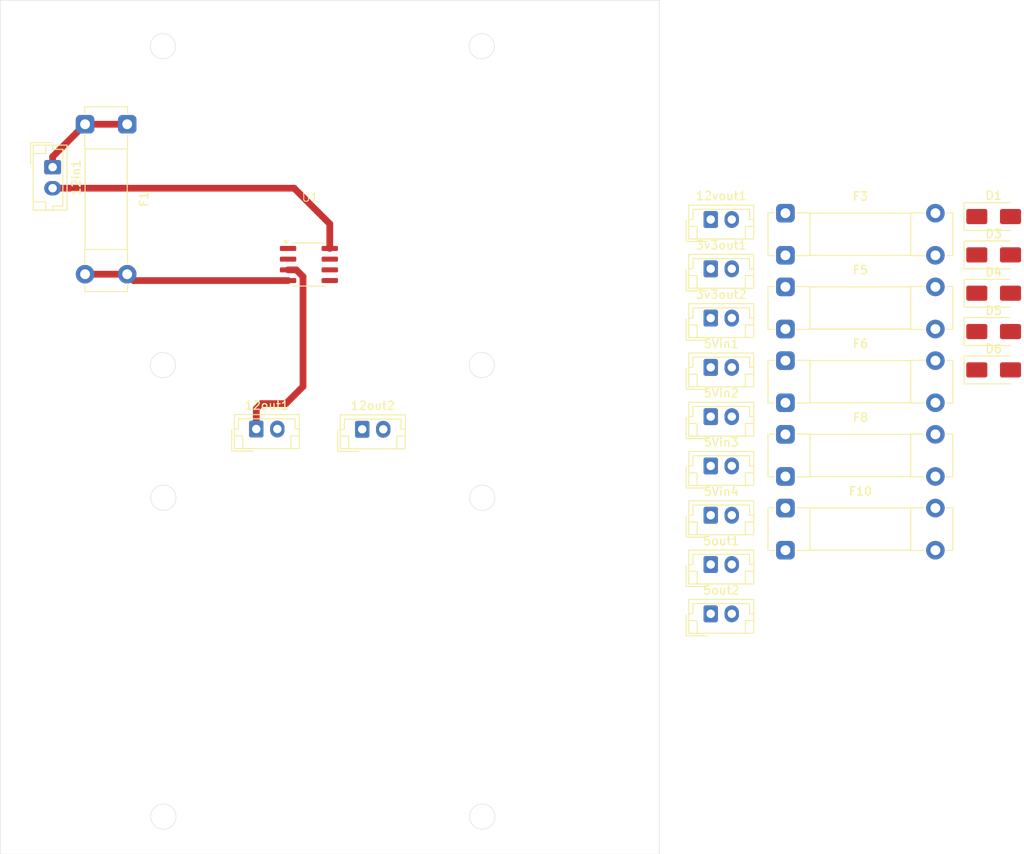
<source format=kicad_pcb>
(kicad_pcb (version 20241229) (generator "pcbnew") (generator_version "9.0")
  (layers (0 "F.Cu" signal) (2 "B.Cu" signal) (13 "F.Paste" user) (15 "B.Paste" user) (5 "F.SilkS" user "F.Silkscreen") (7 "B.SilkS" user "B.Silkscreen") (1 "F.Mask" user) (3 "B.Mask" user) (25 "Edge.Cuts" user))
  (net 0 "")
  (net 1 "Net-(12in1-Pin_1)")
  (net 2 "GND")
  (net 3 "Net-(12in1-Pin_2)")
  (net 4 "Net-(3v3out1-Pin_1)")
  (net 5 "Net-(3v3out1-Pin_2)")
  (net 6 "Net-(3v3out2-Pin_1)")
  (net 7 "Net-(3v3out2-Pin_2)")
  (net 8 "Net-(5out1-Pin_1)")
  (net 9 "Net-(5Vin1-Pin_1)")
  (net 10 "Net-(5Vin4-Pin_1)")
  (net 11 "Net-(5out2-Pin_1)")
  (net 12 "Net-(5Vin1-Pin_2)")
  (net 13 "Net-(5Vin2-Pin_2)")
  (net 14 "Net-(5Vin3-Pin_2)")
  (net 15 "Net-(5Vin4-Pin_2)")
  (net 16 "+12")
  (net 17 "Net-(12vout1-Pin_1)")
  (footprint "Fuse:Fuseholder_Clip-5x20mm_Bel_FC-203-22_Lateral_P17.80x5.00mm_D1.17mm_Horizontal" (layer "F.Cu") (at 142.855 58.526)
    (property "Reference" "F6" (at 8.9 -2 0) (layer "F.SilkS"))
    (property "Value" "1A")
    (fp_line (start -2.07 5.04) (end -2.07 -0.04) (stroke (width 0.12)) (layer "F.SilkS"))
    (fp_line (start -1.3 -0.04) (end -2.07 -0.04) (stroke (width 0.12)) (layer "F.SilkS"))
    (fp_line (start -1.3 5.04) (end -2.07 5.04) (stroke (width 0.12)) (layer "F.SilkS"))
    (fp_line (start 2.93 -0.04) (end 1.3 -0.04) (stroke (width 0.12)) (layer "F.SilkS"))
    (fp_line (start 2.93 -0.04) (end 2.93 5.04) (stroke (width 0.12)) (layer "F.SilkS"))
    (fp_line (start 2.93 5.04) (end 1.3 5.04) (stroke (width 0.12)) (layer "F.SilkS"))
    (fp_line (start 14.87 -0.04) (end 14.87 5.04) (stroke (width 0.12)) (layer "F.SilkS"))
    (fp_line (start 14.87 0) (end 2.93 0) (stroke (width 0.12)) (layer "F.SilkS"))
    (fp_line (start 14.87 5) (end 2.93 5) (stroke (width 0.12)) (layer "F.SilkS"))
    (fp_line (start 16.5 -0.04) (end 14.87 -0.04) (stroke (width 0.12)) (layer "F.SilkS"))
    (fp_line (start 16.5 5.04) (end 14.87 5.04) (stroke (width 0.12)) (layer "F.SilkS"))
    (fp_line (start 19.1 -0.04) (end 19.87 -0.04) (stroke (width 0.12)) (layer "F.SilkS"))
    (fp_line (start 19.1 5.04) (end 19.87 5.04) (stroke (width 0.12)) (layer "F.SilkS"))
    (fp_line (start 19.87 -0.04) (end 19.87 5.04) (stroke (width 0.12)) (layer "F.SilkS"))
    (pad "1" thru_hole roundrect (at 0 0) (size 2.2 2.2) (drill 1.17) (layers "*.Cu" "*.Mask") (net 13 "Net-(5Vin2-Pin_2)"))
    (pad "1" thru_hole roundrect (at 0 5) (size 2.2 2.2) (drill 1.17) (layers "*.Cu" "*.Mask") (net 13 "Net-(5Vin2-Pin_2)"))
    (pad "2" thru_hole circle (at 17.8 0) (size 2.2 2.2) (drill 1.17) (layers "*.Cu" "*.Mask") (net 4 "Net-(3v3out1-Pin_1)"))
    (pad "2" thru_hole circle (at 17.8 5) (size 2.2 2.2) (drill 1.17) (layers "*.Cu" "*.Mask") (net 4 "Net-(3v3out1-Pin_1)"))
  )
  (footprint "Connector_JST:JST_EH_B2B-EH-A_1x02_P2.50mm_Vertical" (layer "F.Cu") (at 133.985 71.026)
    (property "Reference" "5Vin3" (at 1.25 -2.8 0) (layer "F.SilkS"))
    (property "Value" "~")
    (fp_line (start -2.91 0.11) (end -2.91 2.61) (stroke (width 0.12)) (layer "F.SilkS"))
    (fp_line (start -2.91 2.61) (end -0.41 2.61) (stroke (width 0.12)) (layer "F.SilkS"))
    (fp_line (start -2.61 -1.71) (end -2.61 2.31) (stroke (width 0.12)) (layer "F.SilkS"))
    (fp_line (start -2.61 0) (end -2.11 0) (stroke (width 0.12)) (layer "F.SilkS"))
    (fp_line (start -2.61 0.81) (end -1.61 0.81) (stroke (width 0.12)) (layer "F.SilkS"))
    (fp_line (start -2.61 2.31) (end 5.11 2.31) (stroke (width 0.12)) (layer "F.SilkS"))
    (fp_line (start -2.11 -1.21) (end 4.61 -1.21) (stroke (width 0.12)) (layer "F.SilkS"))
    (fp_line (start -2.11 0) (end -2.11 -1.21) (stroke (width 0.12)) (layer "F.SilkS"))
    (fp_line (start -1.61 0.81) (end -1.61 2.31) (stroke (width 0.12)) (layer "F.SilkS"))
    (fp_line (start 4.11 0.81) (end 4.11 2.31) (stroke (width 0.12)) (layer "F.SilkS"))
    (fp_line (start 4.61 -1.21) (end 4.61 0) (stroke (width 0.12)) (layer "F.SilkS"))
    (fp_line (start 4.61 0) (end 5.11 0) (stroke (width 0.12)) (layer "F.SilkS"))
    (fp_line (start 5.11 -1.71) (end -2.61 -1.71) (stroke (width 0.12)) (layer "F.SilkS"))
    (fp_line (start 5.11 0.81) (end 4.11 0.81) (stroke (width 0.12)) (layer "F.SilkS"))
    (fp_line (start 5.11 2.31) (end 5.11 -1.71) (stroke (width 0.12)) (layer "F.SilkS"))
    (pad "1" thru_hole roundrect (at 0 0) (size 1.7 2) (drill 1) (layers "*.Cu" "*.Mask") (roundrect_rratio 0.147059) (net 7 "Net-(3v3out2-Pin_2)"))
    (pad "2" thru_hole oval (at 2.5 0) (size 1.7 2) (drill 1) (layers "*.Cu" "*.Mask") (net 14 "Net-(5Vin3-Pin_2)"))
  )
  (footprint "Connector_JST:JST_EH_B2B-EH-A_1x02_P2.50mm_Vertical" (layer "F.Cu") (at 133.985 76.876)
    (property "Reference" "5Vin4" (at 1.25 -2.8 0) (layer "F.SilkS"))
    (property "Value" "~")
    (fp_line (start -2.91 0.11) (end -2.91 2.61) (stroke (width 0.12)) (layer "F.SilkS"))
    (fp_line (start -2.91 2.61) (end -0.41 2.61) (stroke (width 0.12)) (layer "F.SilkS"))
    (fp_line (start -2.61 -1.71) (end -2.61 2.31) (stroke (width 0.12)) (layer "F.SilkS"))
    (fp_line (start -2.61 0) (end -2.11 0) (stroke (width 0.12)) (layer "F.SilkS"))
    (fp_line (start -2.61 0.81) (end -1.61 0.81) (stroke (width 0.12)) (layer "F.SilkS"))
    (fp_line (start -2.61 2.31) (end 5.11 2.31) (stroke (width 0.12)) (layer "F.SilkS"))
    (fp_line (start -2.11 -1.21) (end 4.61 -1.21) (stroke (width 0.12)) (layer "F.SilkS"))
    (fp_line (start -2.11 0) (end -2.11 -1.21) (stroke (width 0.12)) (layer "F.SilkS"))
    (fp_line (start -1.61 0.81) (end -1.61 2.31) (stroke (width 0.12)) (layer "F.SilkS"))
    (fp_line (start 4.11 0.81) (end 4.11 2.31) (stroke (width 0.12)) (layer "F.SilkS"))
    (fp_line (start 4.61 -1.21) (end 4.61 0) (stroke (width 0.12)) (layer "F.SilkS"))
    (fp_line (start 4.61 0) (end 5.11 0) (stroke (width 0.12)) (layer "F.SilkS"))
    (fp_line (start 5.11 -1.71) (end -2.61 -1.71) (stroke (width 0.12)) (layer "F.SilkS"))
    (fp_line (start 5.11 0.81) (end 4.11 0.81) (stroke (width 0.12)) (layer "F.SilkS"))
    (fp_line (start 5.11 2.31) (end 5.11 -1.71) (stroke (width 0.12)) (layer "F.SilkS"))
    (pad "1" thru_hole roundrect (at 0 0) (size 1.7 2) (drill 1) (layers "*.Cu" "*.Mask") (roundrect_rratio 0.147059) (net 10 "Net-(5Vin4-Pin_1)"))
    (pad "2" thru_hole oval (at 2.5 0) (size 1.7 2) (drill 1) (layers "*.Cu" "*.Mask") (net 15 "Net-(5Vin4-Pin_2)"))
  )
  (footprint "Fuse:Fuseholder_Clip-5x20mm_Bel_FC-203-22_Lateral_P17.80x5.00mm_D1.17mm_Horizontal" (layer "F.Cu") (at 142.855 41.026)
    (property "Reference" "F3" (at 8.9 -2 0) (layer "F.SilkS"))
    (property "Value" "1A")
    (fp_line (start -2.07 5.04) (end -2.07 -0.04) (stroke (width 0.12)) (layer "F.SilkS"))
    (fp_line (start -1.3 -0.04) (end -2.07 -0.04) (stroke (width 0.12)) (layer "F.SilkS"))
    (fp_line (start -1.3 5.04) (end -2.07 5.04) (stroke (width 0.12)) (layer "F.SilkS"))
    (fp_line (start 2.93 -0.04) (end 1.3 -0.04) (stroke (width 0.12)) (layer "F.SilkS"))
    (fp_line (start 2.93 -0.04) (end 2.93 5.04) (stroke (width 0.12)) (layer "F.SilkS"))
    (fp_line (start 2.93 5.04) (end 1.3 5.04) (stroke (width 0.12)) (layer "F.SilkS"))
    (fp_line (start 14.87 -0.04) (end 14.87 5.04) (stroke (width 0.12)) (layer "F.SilkS"))
    (fp_line (start 14.87 0) (end 2.93 0) (stroke (width 0.12)) (layer "F.SilkS"))
    (fp_line (start 14.87 5) (end 2.93 5) (stroke (width 0.12)) (layer "F.SilkS"))
    (fp_line (start 16.5 -0.04) (end 14.87 -0.04) (stroke (width 0.12)) (layer "F.SilkS"))
    (fp_line (start 16.5 5.04) (end 14.87 5.04) (stroke (width 0.12)) (layer "F.SilkS"))
    (fp_line (start 19.1 -0.04) (end 19.87 -0.04) (stroke (width 0.12)) (layer "F.SilkS"))
    (fp_line (start 19.1 5.04) (end 19.87 5.04) (stroke (width 0.12)) (layer "F.SilkS"))
    (fp_line (start 19.87 -0.04) (end 19.87 5.04) (stroke (width 0.12)) (layer "F.SilkS"))
    (pad "1" thru_hole roundrect (at 0 0) (size 2.2 2.2) (drill 1.17) (layers "*.Cu" "*.Mask") (net 15 "Net-(5Vin4-Pin_2)"))
    (pad "1" thru_hole roundrect (at 0 5) (size 2.2 2.2) (drill 1.17) (layers "*.Cu" "*.Mask") (net 15 "Net-(5Vin4-Pin_2)"))
    (pad "2" thru_hole circle (at 17.8 0) (size 2.2 2.2) (drill 1.17) (layers "*.Cu" "*.Mask") (net 11 "Net-(5out2-Pin_1)"))
    (pad "2" thru_hole circle (at 17.8 5) (size 2.2 2.2) (drill 1.17) (layers "*.Cu" "*.Mask") (net 11 "Net-(5out2-Pin_1)"))
  )
  (footprint "Fuse:Fuseholder_Clip-5x20mm_Bel_FC-203-22_Lateral_P17.80x5.00mm_D1.17mm_Horizontal" (layer "F.Cu") (at 64.73 30.47 -90)
    (property "Reference" "F1" (at 8.9 -2 90) (layer "F.SilkS"))
    (property "Value" "1A")
    (fp_line (start -2.07 5.04) (end -2.07 -0.04) (stroke (width 0.12)) (layer "F.SilkS"))
    (fp_line (start -1.3 5.04) (end -2.07 5.04) (stroke (width 0.12)) (layer "F.SilkS"))
    (fp_line (start 2.93 5.04) (end 1.3 5.04) (stroke (width 0.12)) (layer "F.SilkS"))
    (fp_line (start 16.5 5.04) (end 14.87 5.04) (stroke (width 0.12)) (layer "F.SilkS"))
    (fp_line (start 19.1 5.04) (end 19.87 5.04) (stroke (width 0.12)) (layer "F.SilkS"))
    (fp_line (start 14.87 5) (end 2.93 5) (stroke (width 0.12)) (layer "F.SilkS"))
    (fp_line (start 14.87 0) (end 2.93 0) (stroke (width 0.12)) (layer "F.SilkS"))
    (fp_line (start -1.3 -0.04) (end -2.07 -0.04) (stroke (width 0.12)) (layer "F.SilkS"))
    (fp_line (start 2.93 -0.04) (end 2.93 5.04) (stroke (width 0.12)) (layer "F.SilkS"))
    (fp_line (start 2.93 -0.04) (end 1.3 -0.04) (stroke (width 0.12)) (layer "F.SilkS"))
    (fp_line (start 14.87 -0.04) (end 14.87 5.04) (stroke (width 0.12)) (layer "F.SilkS"))
    (fp_line (start 16.5 -0.04) (end 14.87 -0.04) (stroke (width 0.12)) (layer "F.SilkS"))
    (fp_line (start 19.1 -0.04) (end 19.87 -0.04) (stroke (width 0.12)) (layer "F.SilkS"))
    (fp_line (start 19.87 -0.04) (end 19.87 5.04) (stroke (width 0.12)) (layer "F.SilkS"))
    (pad "1" thru_hole roundrect (at 0 0 270) (size 2.2 2.2) (drill 1.17) (layers "*.Cu" "*.Mask") (net 1 "Net-(12in1-Pin_1)"))
    (pad "1" thru_hole roundrect (at 0 5 270) (size 2.2 2.2) (drill 1.17) (layers "*.Cu" "*.Mask") (net 1 "Net-(12in1-Pin_1)"))
    (pad "2" thru_hole circle (at 17.8 0 270) (size 2.2 2.2) (drill 1.17) (layers "*.Cu" "*.Mask") (net 2 "GND"))
    (pad "2" thru_hole circle (at 17.8 5 270) (size 2.2 2.2) (drill 1.17) (layers "*.Cu" "*.Mask") (net 2 "GND"))
  )
  (footprint "Fuse:Fuseholder_Clip-5x20mm_Bel_FC-203-22_Lateral_P17.80x5.00mm_D1.17mm_Horizontal" (layer "F.Cu") (at 142.855 49.776)
    (property "Reference" "F5" (at 8.9 -2 0) (layer "F.SilkS"))
    (property "Value" "1A")
    (fp_line (start -2.07 5.04) (end -2.07 -0.04) (stroke (width 0.12)) (layer "F.SilkS"))
    (fp_line (start -1.3 -0.04) (end -2.07 -0.04) (stroke (width 0.12)) (layer "F.SilkS"))
    (fp_line (start -1.3 5.04) (end -2.07 5.04) (stroke (width 0.12)) (layer "F.SilkS"))
    (fp_line (start 2.93 -0.04) (end 1.3 -0.04) (stroke (width 0.12)) (layer "F.SilkS"))
    (fp_line (start 2.93 -0.04) (end 2.93 5.04) (stroke (width 0.12)) (layer "F.SilkS"))
    (fp_line (start 2.93 5.04) (end 1.3 5.04) (stroke (width 0.12)) (layer "F.SilkS"))
    (fp_line (start 14.87 -0.04) (end 14.87 5.04) (stroke (width 0.12)) (layer "F.SilkS"))
    (fp_line (start 14.87 0) (end 2.93 0) (stroke (width 0.12)) (layer "F.SilkS"))
    (fp_line (start 14.87 5) (end 2.93 5) (stroke (width 0.12)) (layer "F.SilkS"))
    (fp_line (start 16.5 -0.04) (end 14.87 -0.04) (stroke (width 0.12)) (layer "F.SilkS"))
    (fp_line (start 16.5 5.04) (end 14.87 5.04) (stroke (width 0.12)) (layer "F.SilkS"))
    (fp_line (start 19.1 -0.04) (end 19.87 -0.04) (stroke (width 0.12)) (layer "F.SilkS"))
    (fp_line (start 19.1 5.04) (end 19.87 5.04) (stroke (width 0.12)) (layer "F.SilkS"))
    (fp_line (start 19.87 -0.04) (end 19.87 5.04) (stroke (width 0.12)) (layer "F.SilkS"))
    (pad "1" thru_hole roundrect (at 0 0) (size 2.2 2.2) (drill 1.17) (layers "*.Cu" "*.Mask") (net 12 "Net-(5Vin1-Pin_2)"))
    (pad "1" thru_hole roundrect (at 0 5) (size 2.2 2.2) (drill 1.17) (layers "*.Cu" "*.Mask") (net 12 "Net-(5Vin1-Pin_2)"))
    (pad "2" thru_hole circle (at 17.8 0) (size 2.2 2.2) (drill 1.17) (layers "*.Cu" "*.Mask") (net 8 "Net-(5out1-Pin_1)"))
    (pad "2" thru_hole circle (at 17.8 5) (size 2.2 2.2) (drill 1.17) (layers "*.Cu" "*.Mask") (net 8 "Net-(5out1-Pin_1)"))
  )
  (footprint "Diode_SMD:D_SMA" (layer "F.Cu") (at 167.57 45.976)
    (property "Reference" "D3" (at 0 -2.5 0) (layer "F.SilkS"))
    (property "Value" "SMAJ5.0A")
    (fp_line (start -3.51 -1.65) (end -3.51 1.65) (stroke (width 0.12)) (layer "F.SilkS"))
    (fp_line (start -3.51 -1.65) (end 2 -1.65) (stroke (width 0.12)) (layer "F.SilkS"))
    (fp_line (start -3.51 1.65) (end 2 1.65) (stroke (width 0.12)) (layer "F.SilkS"))
    (pad "1" smd roundrect (at -2 0) (size 2.5 1.8) (layers "F.Cu" "F.Mask" "F.Paste") (roundrect_rratio 0.1388888889) (net 15 "Net-(5Vin4-Pin_2)"))
    (pad "2" smd roundrect (at 2 0) (size 2.5 1.8) (layers "F.Cu" "F.Mask" "F.Paste") (roundrect_rratio 0.1388888889) (net 10 "Net-(5Vin4-Pin_1)"))
  )
  (footprint "Connector_JST:JST_EH_B2B-EH-A_1x02_P2.50mm_Vertical" (layer "F.Cu") (at 133.985 82.726)
    (property "Reference" "5out1" (at 1.25 -2.8 0) (layer "F.SilkS"))
    (property "Value" "~")
    (fp_line (start -2.91 0.11) (end -2.91 2.61) (stroke (width 0.12)) (layer "F.SilkS"))
    (fp_line (start -2.91 2.61) (end -0.41 2.61) (stroke (width 0.12)) (layer "F.SilkS"))
    (fp_line (start -2.61 -1.71) (end -2.61 2.31) (stroke (width 0.12)) (layer "F.SilkS"))
    (fp_line (start -2.61 0) (end -2.11 0) (stroke (width 0.12)) (layer "F.SilkS"))
    (fp_line (start -2.61 0.81) (end -1.61 0.81) (stroke (width 0.12)) (layer "F.SilkS"))
    (fp_line (start -2.61 2.31) (end 5.11 2.31) (stroke (width 0.12)) (layer "F.SilkS"))
    (fp_line (start -2.11 -1.21) (end 4.61 -1.21) (stroke (width 0.12)) (layer "F.SilkS"))
    (fp_line (start -2.11 0) (end -2.11 -1.21) (stroke (width 0.12)) (layer "F.SilkS"))
    (fp_line (start -1.61 0.81) (end -1.61 2.31) (stroke (width 0.12)) (layer "F.SilkS"))
    (fp_line (start 4.11 0.81) (end 4.11 2.31) (stroke (width 0.12)) (layer "F.SilkS"))
    (fp_line (start 4.61 -1.21) (end 4.61 0) (stroke (width 0.12)) (layer "F.SilkS"))
    (fp_line (start 4.61 0) (end 5.11 0) (stroke (width 0.12)) (layer "F.SilkS"))
    (fp_line (start 5.11 -1.71) (end -2.61 -1.71) (stroke (width 0.12)) (layer "F.SilkS"))
    (fp_line (start 5.11 0.81) (end 4.11 0.81) (stroke (width 0.12)) (layer "F.SilkS"))
    (fp_line (start 5.11 2.31) (end 5.11 -1.71) (stroke (width 0.12)) (layer "F.SilkS"))
    (pad "1" thru_hole roundrect (at 0 0) (size 1.7 2) (drill 1) (layers "*.Cu" "*.Mask") (roundrect_rratio 0.147059) (net 8 "Net-(5out1-Pin_1)"))
    (pad "2" thru_hole oval (at 2.5 0) (size 1.7 2) (drill 1) (layers "*.Cu" "*.Mask") (net 9 "Net-(5Vin1-Pin_1)"))
  )
  (footprint "Connector_JST:JST_EH_B2B-EH-A_1x02_P2.50mm_Vertical" (layer "F.Cu") (at 92.623 66.675)
    (property "Reference" "12out2" (at 1.25 -2.8 0) (layer "F.SilkS"))
    (property "Value" "~" (hide yes))
    (fp_line (start -2.91 0.11) (end -2.91 2.61) (stroke (width 0.12)) (layer "F.SilkS"))
    (fp_line (start -2.91 2.61) (end -0.41 2.61) (stroke (width 0.12)) (layer "F.SilkS"))
    (fp_line (start -2.61 -1.71) (end -2.61 2.31) (stroke (width 0.12)) (layer "F.SilkS"))
    (fp_line (start -2.61 0) (end -2.11 0) (stroke (width 0.12)) (layer "F.SilkS"))
    (fp_line (start -2.61 0.81) (end -1.61 0.81) (stroke (width 0.12)) (layer "F.SilkS"))
    (fp_line (start -2.61 2.31) (end 5.11 2.31) (stroke (width 0.12)) (layer "F.SilkS"))
    (fp_line (start -2.11 -1.21) (end 4.61 -1.21) (stroke (width 0.12)) (layer "F.SilkS"))
    (fp_line (start -2.11 0) (end -2.11 -1.21) (stroke (width 0.12)) (layer "F.SilkS"))
    (fp_line (start -1.61 0.81) (end -1.61 2.31) (stroke (width 0.12)) (layer "F.SilkS"))
    (fp_line (start 4.11 0.81) (end 4.11 2.31) (stroke (width 0.12)) (layer "F.SilkS"))
    (fp_line (start 4.61 -1.21) (end 4.61 0) (stroke (width 0.12)) (layer "F.SilkS"))
    (fp_line (start 4.61 0) (end 5.11 0) (stroke (width 0.12)) (layer "F.SilkS"))
    (fp_line (start 5.11 -1.71) (end -2.61 -1.71) (stroke (width 0.12)) (layer "F.SilkS"))
    (fp_line (start 5.11 0.81) (end 4.11 0.81) (stroke (width 0.12)) (layer "F.SilkS"))
    (fp_line (start 5.11 2.31) (end 5.11 -1.71) (stroke (width 0.12)) (layer "F.SilkS"))
    (pad "1" thru_hole roundrect (at 0 0) (size 1.7 2) (drill 1) (layers "*.Cu" "*.Mask") (roundrect_rratio 0.147059) (net 16 "+12"))
    (pad "2" thru_hole oval (at 2.5 0) (size 1.7 2) (drill 1) (layers "*.Cu" "*.Mask") (net 2 "GND"))
  )
  (footprint "Connector_JST:JST_EH_B2B-EH-A_1x02_P2.50mm_Vertical" (layer "F.Cu") (at 133.985 88.576)
    (property "Reference" "5out2" (at 1.25 -2.8 0) (layer "F.SilkS"))
    (property "Value" "~")
    (fp_line (start -2.91 0.11) (end -2.91 2.61) (stroke (width 0.12)) (layer "F.SilkS"))
    (fp_line (start -2.91 2.61) (end -0.41 2.61) (stroke (width 0.12)) (layer "F.SilkS"))
    (fp_line (start -2.61 -1.71) (end -2.61 2.31) (stroke (width 0.12)) (layer "F.SilkS"))
    (fp_line (start -2.61 0) (end -2.11 0) (stroke (width 0.12)) (layer "F.SilkS"))
    (fp_line (start -2.61 0.81) (end -1.61 0.81) (stroke (width 0.12)) (layer "F.SilkS"))
    (fp_line (start -2.61 2.31) (end 5.11 2.31) (stroke (width 0.12)) (layer "F.SilkS"))
    (fp_line (start -2.11 -1.21) (end 4.61 -1.21) (stroke (width 0.12)) (layer "F.SilkS"))
    (fp_line (start -2.11 0) (end -2.11 -1.21) (stroke (width 0.12)) (layer "F.SilkS"))
    (fp_line (start -1.61 0.81) (end -1.61 2.31) (stroke (width 0.12)) (layer "F.SilkS"))
    (fp_line (start 4.11 0.81) (end 4.11 2.31) (stroke (width 0.12)) (layer "F.SilkS"))
    (fp_line (start 4.61 -1.21) (end 4.61 0) (stroke (width 0.12)) (layer "F.SilkS"))
    (fp_line (start 4.61 0) (end 5.11 0) (stroke (width 0.12)) (layer "F.SilkS"))
    (fp_line (start 5.11 -1.71) (end -2.61 -1.71) (stroke (width 0.12)) (layer "F.SilkS"))
    (fp_line (start 5.11 0.81) (end 4.11 0.81) (stroke (width 0.12)) (layer "F.SilkS"))
    (fp_line (start 5.11 2.31) (end 5.11 -1.71) (stroke (width 0.12)) (layer "F.SilkS"))
    (pad "1" thru_hole roundrect (at 0 0) (size 1.7 2) (drill 1) (layers "*.Cu" "*.Mask") (roundrect_rratio 0.147059) (net 11 "Net-(5out2-Pin_1)"))
    (pad "2" thru_hole oval (at 2.5 0) (size 1.7 2) (drill 1) (layers "*.Cu" "*.Mask") (net 10 "Net-(5Vin4-Pin_1)"))
  )
  (footprint "Connector_JST:JST_EH_B2B-EH-A_1x02_P2.50mm_Vertical" (layer "F.Cu") (at 133.985 41.776)
    (property "Reference" "12vout1" (at 1.25 -2.8 0) (layer "F.SilkS"))
    (property "Value" "~")
    (fp_line (start -2.91 0.11) (end -2.91 2.61) (stroke (width 0.12)) (layer "F.SilkS"))
    (fp_line (start -2.91 2.61) (end -0.41 2.61) (stroke (width 0.12)) (layer "F.SilkS"))
    (fp_line (start -2.61 -1.71) (end -2.61 2.31) (stroke (width 0.12)) (layer "F.SilkS"))
    (fp_line (start -2.61 0) (end -2.11 0) (stroke (width 0.12)) (layer "F.SilkS"))
    (fp_line (start -2.61 0.81) (end -1.61 0.81) (stroke (width 0.12)) (layer "F.SilkS"))
    (fp_line (start -2.61 2.31) (end 5.11 2.31) (stroke (width 0.12)) (layer "F.SilkS"))
    (fp_line (start -2.11 -1.21) (end 4.61 -1.21) (stroke (width 0.12)) (layer "F.SilkS"))
    (fp_line (start -2.11 0) (end -2.11 -1.21) (stroke (width 0.12)) (layer "F.SilkS"))
    (fp_line (start -1.61 0.81) (end -1.61 2.31) (stroke (width 0.12)) (layer "F.SilkS"))
    (fp_line (start 4.11 0.81) (end 4.11 2.31) (stroke (width 0.12)) (layer "F.SilkS"))
    (fp_line (start 4.61 -1.21) (end 4.61 0) (stroke (width 0.12)) (layer "F.SilkS"))
    (fp_line (start 4.61 0) (end 5.11 0) (stroke (width 0.12)) (layer "F.SilkS"))
    (fp_line (start 5.11 -1.71) (end -2.61 -1.71) (stroke (width 0.12)) (layer "F.SilkS"))
    (fp_line (start 5.11 0.81) (end 4.11 0.81) (stroke (width 0.12)) (layer "F.SilkS"))
    (fp_line (start 5.11 2.31) (end 5.11 -1.71) (stroke (width 0.12)) (layer "F.SilkS"))
    (pad "1" thru_hole roundrect (at 0 0) (size 1.7 2) (drill 1) (layers "*.Cu" "*.Mask") (roundrect_rratio 0.147059) (net 17 "Net-(12vout1-Pin_1)"))
    (pad "2" thru_hole oval (at 2.5 0) (size 1.7 2) (drill 1) (layers "*.Cu" "*.Mask") (net 2 "GND"))
  )
  (footprint "Library:SOIC-8 (AOD)" (layer "F.Cu") (at 86.442 39.657)
    (property "Reference" "U1" (at 0 -0.5 0) (layer "F.SilkS") (effects (font (thickness 0.1))))
    (property "Value" "~")
    (fp_line (start -0.144 4.9) (end -2.094 4.9) (stroke (width 0.12)) (layer "F.SilkS"))
    (fp_line (start -0.144 4.9) (end 1.806 4.9) (stroke (width 0.12)) (layer "F.SilkS"))
    (fp_line (start -0.144 10.02) (end -2.094 10.02) (stroke (width 0.12)) (layer "F.SilkS"))
    (fp_line (start -0.144 10.02) (end 1.806 10.02) (stroke (width 0.12)) (layer "F.SilkS"))
    (fp_poly (pts (xy -2.844 4.995) (xy -3.084 4.665) (xy -2.604 4.665)) (stroke (width 0.12)) (fill yes) (layer "F.SilkS"))
    (pad "1" smd roundrect (at 2.331 5.555) (size 1.95 0.6) (layers "F.Cu" "F.Mask" "F.Paste") (net 3 "Net-(12in1-Pin_2)"))
    (pad "1" smd roundrect (at 2.331 6.825) (size 1.95 0.6) (layers "F.Cu" "F.Mask" "F.Paste") (net 3 "Net-(12in1-Pin_2)"))
    (pad "1" smd roundrect (at 2.331 8.095) (size 1.95 0.6) (layers "F.Cu" "F.Mask" "F.Paste" "Dwgs.User") (net 3 "Net-(12in1-Pin_2)"))
    (pad "1" smd roundrect (at 2.331 9.365) (size 1.95 0.6) (layers "F.Cu" "F.Mask" "F.Paste") (net 3 "Net-(12in1-Pin_2)"))
    (pad "2" smd roundrect (at -2.619 9.365) (size 1.95 0.6) (layers "F.Cu" "F.Mask" "F.Paste") (net 2 "GND"))
    (pad "3" smd roundrect (at -2.619 5.555) (size 1.95 0.6) (layers "F.Cu" "F.Mask" "F.Paste") (net 16 "+12"))
    (pad "3" smd roundrect (at -2.619 6.825) (size 1.95 0.6) (layers "F.Cu" "F.Mask" "F.Paste") (net 16 "+12"))
    (pad "3" smd roundrect (at -2.619 8.095) (size 1.95 0.6) (layers "F.Cu" "F.Mask" "F.Paste") (net 16 "+12"))
  )
  (footprint "Connector_JST:JST_EH_B2B-EH-A_1x02_P2.50mm_Vertical" (layer "F.Cu") (at 80.05 66.643)
    (property "Reference" "12out1" (at 1.25 -2.8 0) (layer "F.SilkS"))
    (property "Value" "~" (hide yes))
    (fp_line (start -2.91 0.11) (end -2.91 2.61) (stroke (width 0.12)) (layer "F.SilkS"))
    (fp_line (start -2.91 2.61) (end -0.41 2.61) (stroke (width 0.12)) (layer "F.SilkS"))
    (fp_line (start -2.61 -1.71) (end -2.61 2.31) (stroke (width 0.12)) (layer "F.SilkS"))
    (fp_line (start -2.61 0) (end -2.11 0) (stroke (width 0.12)) (layer "F.SilkS"))
    (fp_line (start -2.61 0.81) (end -1.61 0.81) (stroke (width 0.12)) (layer "F.SilkS"))
    (fp_line (start -2.61 2.31) (end 5.11 2.31) (stroke (width 0.12)) (layer "F.SilkS"))
    (fp_line (start -2.11 -1.21) (end 4.61 -1.21) (stroke (width 0.12)) (layer "F.SilkS"))
    (fp_line (start -2.11 0) (end -2.11 -1.21) (stroke (width 0.12)) (layer "F.SilkS"))
    (fp_line (start -1.61 0.81) (end -1.61 2.31) (stroke (width 0.12)) (layer "F.SilkS"))
    (fp_line (start 4.11 0.81) (end 4.11 2.31) (stroke (width 0.12)) (layer "F.SilkS"))
    (fp_line (start 4.61 -1.21) (end 4.61 0) (stroke (width 0.12)) (layer "F.SilkS"))
    (fp_line (start 4.61 0) (end 5.11 0) (stroke (width 0.12)) (layer "F.SilkS"))
    (fp_line (start 5.11 -1.71) (end -2.61 -1.71) (stroke (width 0.12)) (layer "F.SilkS"))
    (fp_line (start 5.11 0.81) (end 4.11 0.81) (stroke (width 0.12)) (layer "F.SilkS"))
    (fp_line (start 5.11 2.31) (end 5.11 -1.71) (stroke (width 0.12)) (layer "F.SilkS"))
    (pad "1" thru_hole roundrect (at 0 0) (size 1.7 2) (drill 1) (layers "*.Cu" "*.Mask") (roundrect_rratio 0.147059) (net 16 "+12"))
    (pad "2" thru_hole oval (at 2.5 0) (size 1.7 2) (drill 1) (layers "*.Cu" "*.Mask") (net 2 "GND"))
  )
  (footprint "Connector_JST:JST_EH_B2B-EH-A_1x02_P2.50mm_Vertical" (layer "F.Cu") (at 133.985 65.176)
    (property "Reference" "5Vin2" (at 1.25 -2.8 0) (layer "F.SilkS"))
    (property "Value" "~")
    (fp_line (start -2.91 0.11) (end -2.91 2.61) (stroke (width 0.12)) (layer "F.SilkS"))
    (fp_line (start -2.91 2.61) (end -0.41 2.61) (stroke (width 0.12)) (layer "F.SilkS"))
    (fp_line (start -2.61 -1.71) (end -2.61 2.31) (stroke (width 0.12)) (layer "F.SilkS"))
    (fp_line (start -2.61 0) (end -2.11 0) (stroke (width 0.12)) (layer "F.SilkS"))
    (fp_line (start -2.61 0.81) (end -1.61 0.81) (stroke (width 0.12)) (layer "F.SilkS"))
    (fp_line (start -2.61 2.31) (end 5.11 2.31) (stroke (width 0.12)) (layer "F.SilkS"))
    (fp_line (start -2.11 -1.21) (end 4.61 -1.21) (stroke (width 0.12)) (layer "F.SilkS"))
    (fp_line (start -2.11 0) (end -2.11 -1.21) (stroke (width 0.12)) (layer "F.SilkS"))
    (fp_line (start -1.61 0.81) (end -1.61 2.31) (stroke (width 0.12)) (layer "F.SilkS"))
    (fp_line (start 4.11 0.81) (end 4.11 2.31) (stroke (width 0.12)) (layer "F.SilkS"))
    (fp_line (start 4.61 -1.21) (end 4.61 0) (stroke (width 0.12)) (layer "F.SilkS"))
    (fp_line (start 4.61 0) (end 5.11 0) (stroke (width 0.12)) (layer "F.SilkS"))
    (fp_line (start 5.11 -1.71) (end -2.61 -1.71) (stroke (width 0.12)) (layer "F.SilkS"))
    (fp_line (start 5.11 0.81) (end 4.11 0.81) (stroke (width 0.12)) (layer "F.SilkS"))
    (fp_line (start 5.11 2.31) (end 5.11 -1.71) (stroke (width 0.12)) (layer "F.SilkS"))
    (pad "1" thru_hole roundrect (at 0 0) (size 1.7 2) (drill 1) (layers "*.Cu" "*.Mask") (roundrect_rratio 0.147059) (net 5 "Net-(3v3out1-Pin_2)"))
    (pad "2" thru_hole oval (at 2.5 0) (size 1.7 2) (drill 1) (layers "*.Cu" "*.Mask") (net 13 "Net-(5Vin2-Pin_2)"))
  )
  (footprint "Diode_SMD:D_SMA" (layer "F.Cu") (at 167.57 50.526)
    (property "Reference" "D4" (at 0 -2.5 0) (layer "F.SilkS"))
    (property "Value" "SMAJ5.0A")
    (fp_line (start -3.51 -1.65) (end -3.51 1.65) (stroke (width 0.12)) (layer "F.SilkS"))
    (fp_line (start -3.51 -1.65) (end 2 -1.65) (stroke (width 0.12)) (layer "F.SilkS"))
    (fp_line (start -3.51 1.65) (end 2 1.65) (stroke (width 0.12)) (layer "F.SilkS"))
    (pad "1" smd roundrect (at -2 0) (size 2.5 1.8) (layers "F.Cu" "F.Mask" "F.Paste") (roundrect_rratio 0.1388888889) (net 12 "Net-(5Vin1-Pin_2)"))
    (pad "2" smd roundrect (at 2 0) (size 2.5 1.8) (layers "F.Cu" "F.Mask" "F.Paste") (roundrect_rratio 0.1388888889) (net 9 "Net-(5Vin1-Pin_1)"))
  )
  (footprint "Connector_JST:JST_EH_B2B-EH-A_1x02_P2.50mm_Vertical" (layer "F.Cu") (at 133.985 47.626)
    (property "Reference" "3v3out1" (at 1.25 -2.8 0) (layer "F.SilkS"))
    (property "Value" "~")
    (fp_line (start -2.91 0.11) (end -2.91 2.61) (stroke (width 0.12)) (layer "F.SilkS"))
    (fp_line (start -2.91 2.61) (end -0.41 2.61) (stroke (width 0.12)) (layer "F.SilkS"))
    (fp_line (start -2.61 -1.71) (end -2.61 2.31) (stroke (width 0.12)) (layer "F.SilkS"))
    (fp_line (start -2.61 0) (end -2.11 0) (stroke (width 0.12)) (layer "F.SilkS"))
    (fp_line (start -2.61 0.81) (end -1.61 0.81) (stroke (width 0.12)) (layer "F.SilkS"))
    (fp_line (start -2.61 2.31) (end 5.11 2.31) (stroke (width 0.12)) (layer "F.SilkS"))
    (fp_line (start -2.11 -1.21) (end 4.61 -1.21) (stroke (width 0.12)) (layer "F.SilkS"))
    (fp_line (start -2.11 0) (end -2.11 -1.21) (stroke (width 0.12)) (layer "F.SilkS"))
    (fp_line (start -1.61 0.81) (end -1.61 2.31) (stroke (width 0.12)) (layer "F.SilkS"))
    (fp_line (start 4.11 0.81) (end 4.11 2.31) (stroke (width 0.12)) (layer "F.SilkS"))
    (fp_line (start 4.61 -1.21) (end 4.61 0) (stroke (width 0.12)) (layer "F.SilkS"))
    (fp_line (start 4.61 0) (end 5.11 0) (stroke (width 0.12)) (layer "F.SilkS"))
    (fp_line (start 5.11 -1.71) (end -2.61 -1.71) (stroke (width 0.12)) (layer "F.SilkS"))
    (fp_line (start 5.11 0.81) (end 4.11 0.81) (stroke (width 0.12)) (layer "F.SilkS"))
    (fp_line (start 5.11 2.31) (end 5.11 -1.71) (stroke (width 0.12)) (layer "F.SilkS"))
    (pad "1" thru_hole roundrect (at 0 0) (size 1.7 2) (drill 1) (layers "*.Cu" "*.Mask") (roundrect_rratio 0.147059) (net 4 "Net-(3v3out1-Pin_1)"))
    (pad "2" thru_hole oval (at 2.5 0) (size 1.7 2) (drill 1) (layers "*.Cu" "*.Mask") (net 5 "Net-(3v3out1-Pin_2)"))
  )
  (footprint "Connector_JST:JST_EH_B2B-EH-A_1x02_P2.50mm_Vertical" (layer "F.Cu") (at 133.985 53.476)
    (property "Reference" "3v3out2" (at 1.25 -2.8 0) (layer "F.SilkS"))
    (property "Value" "~")
    (fp_line (start -2.91 0.11) (end -2.91 2.61) (stroke (width 0.12)) (layer "F.SilkS"))
    (fp_line (start -2.91 2.61) (end -0.41 2.61) (stroke (width 0.12)) (layer "F.SilkS"))
    (fp_line (start -2.61 -1.71) (end -2.61 2.31) (stroke (width 0.12)) (layer "F.SilkS"))
    (fp_line (start -2.61 0) (end -2.11 0) (stroke (width 0.12)) (layer "F.SilkS"))
    (fp_line (start -2.61 0.81) (end -1.61 0.81) (stroke (width 0.12)) (layer "F.SilkS"))
    (fp_line (start -2.61 2.31) (end 5.11 2.31) (stroke (width 0.12)) (layer "F.SilkS"))
    (fp_line (start -2.11 -1.21) (end 4.61 -1.21) (stroke (width 0.12)) (layer "F.SilkS"))
    (fp_line (start -2.11 0) (end -2.11 -1.21) (stroke (width 0.12)) (layer "F.SilkS"))
    (fp_line (start -1.61 0.81) (end -1.61 2.31) (stroke (width 0.12)) (layer "F.SilkS"))
    (fp_line (start 4.11 0.81) (end 4.11 2.31) (stroke (width 0.12)) (layer "F.SilkS"))
    (fp_line (start 4.61 -1.21) (end 4.61 0) (stroke (width 0.12)) (layer "F.SilkS"))
    (fp_line (start 4.61 0) (end 5.11 0) (stroke (width 0.12)) (layer "F.SilkS"))
    (fp_line (start 5.11 -1.71) (end -2.61 -1.71) (stroke (width 0.12)) (layer "F.SilkS"))
    (fp_line (start 5.11 0.81) (end 4.11 0.81) (stroke (width 0.12)) (layer "F.SilkS"))
    (fp_line (start 5.11 2.31) (end 5.11 -1.71) (stroke (width 0.12)) (layer "F.SilkS"))
    (pad "1" thru_hole roundrect (at 0 0) (size 1.7 2) (drill 1) (layers "*.Cu" "*.Mask") (roundrect_rratio 0.147059) (net 6 "Net-(3v3out2-Pin_1)"))
    (pad "2" thru_hole oval (at 2.5 0) (size 1.7 2) (drill 1) (layers "*.Cu" "*.Mask") (net 7 "Net-(3v3out2-Pin_2)"))
  )
  (footprint "Fuse:Fuseholder_Clip-5x20mm_Bel_FC-203-22_Lateral_P17.80x5.00mm_D1.17mm_Horizontal" (layer "F.Cu") (at 142.855 67.276)
    (property "Reference" "F8" (at 8.9 -2 0) (layer "F.SilkS"))
    (property "Value" "1A")
    (fp_line (start -2.07 5.04) (end -2.07 -0.04) (stroke (width 0.12)) (layer "F.SilkS"))
    (fp_line (start -1.3 -0.04) (end -2.07 -0.04) (stroke (width 0.12)) (layer "F.SilkS"))
    (fp_line (start -1.3 5.04) (end -2.07 5.04) (stroke (width 0.12)) (layer "F.SilkS"))
    (fp_line (start 2.93 -0.04) (end 1.3 -0.04) (stroke (width 0.12)) (layer "F.SilkS"))
    (fp_line (start 2.93 -0.04) (end 2.93 5.04) (stroke (width 0.12)) (layer "F.SilkS"))
    (fp_line (start 2.93 5.04) (end 1.3 5.04) (stroke (width 0.12)) (layer "F.SilkS"))
    (fp_line (start 14.87 -0.04) (end 14.87 5.04) (stroke (width 0.12)) (layer "F.SilkS"))
    (fp_line (start 14.87 0) (end 2.93 0) (stroke (width 0.12)) (layer "F.SilkS"))
    (fp_line (start 14.87 5) (end 2.93 5) (stroke (width 0.12)) (layer "F.SilkS"))
    (fp_line (start 16.5 -0.04) (end 14.87 -0.04) (stroke (width 0.12)) (layer "F.SilkS"))
    (fp_line (start 16.5 5.04) (end 14.87 5.04) (stroke (width 0.12)) (layer "F.SilkS"))
    (fp_line (start 19.1 -0.04) (end 19.87 -0.04) (stroke (width 0.12)) (layer "F.SilkS"))
    (fp_line (start 19.1 5.04) (end 19.87 5.04) (stroke (width 0.12)) (layer "F.SilkS"))
    (fp_line (start 19.87 -0.04) (end 19.87 5.04) (stroke (width 0.12)) (layer "F.SilkS"))
    (pad "1" thru_hole roundrect (at 0 0) (size 2.2 2.2) (drill 1.17) (layers "*.Cu" "*.Mask") (net 14 "Net-(5Vin3-Pin_2)"))
    (pad "1" thru_hole roundrect (at 0 5) (size 2.2 2.2) (drill 1.17) (layers "*.Cu" "*.Mask") (net 14 "Net-(5Vin3-Pin_2)"))
    (pad "2" thru_hole circle (at 17.8 0) (size 2.2 2.2) (drill 1.17) (layers "*.Cu" "*.Mask") (net 6 "Net-(3v3out2-Pin_1)"))
    (pad "2" thru_hole circle (at 17.8 5) (size 2.2 2.2) (drill 1.17) (layers "*.Cu" "*.Mask") (net 6 "Net-(3v3out2-Pin_1)"))
  )
  (footprint "Fuse:Fuseholder_Clip-5x20mm_Bel_FC-203-22_Lateral_P17.80x5.00mm_D1.17mm_Horizontal" (layer "F.Cu") (at 142.855 76.026)
    (property "Reference" "F10" (at 8.9 -2 0) (layer "F.SilkS"))
    (property "Value" "1A")
    (fp_line (start -2.07 5.04) (end -2.07 -0.04) (stroke (width 0.12)) (layer "F.SilkS"))
    (fp_line (start -1.3 -0.04) (end -2.07 -0.04) (stroke (width 0.12)) (layer "F.SilkS"))
    (fp_line (start -1.3 5.04) (end -2.07 5.04) (stroke (width 0.12)) (layer "F.SilkS"))
    (fp_line (start 2.93 -0.04) (end 1.3 -0.04) (stroke (width 0.12)) (layer "F.SilkS"))
    (fp_line (start 2.93 -0.04) (end 2.93 5.04) (stroke (width 0.12)) (layer "F.SilkS"))
    (fp_line (start 2.93 5.04) (end 1.3 5.04) (stroke (width 0.12)) (layer "F.SilkS"))
    (fp_line (start 14.87 -0.04) (end 14.87 5.04) (stroke (width 0.12)) (layer "F.SilkS"))
    (fp_line (start 14.87 0) (end 2.93 0) (stroke (width 0.12)) (layer "F.SilkS"))
    (fp_line (start 14.87 5) (end 2.93 5) (stroke (width 0.12)) (layer "F.SilkS"))
    (fp_line (start 16.5 -0.04) (end 14.87 -0.04) (stroke (width 0.12)) (layer "F.SilkS"))
    (fp_line (start 16.5 5.04) (end 14.87 5.04) (stroke (width 0.12)) (layer "F.SilkS"))
    (fp_line (start 19.1 -0.04) (end 19.87 -0.04) (stroke (width 0.12)) (layer "F.SilkS"))
    (fp_line (start 19.1 5.04) (end 19.87 5.04) (stroke (width 0.12)) (layer "F.SilkS"))
    (fp_line (start 19.87 -0.04) (end 19.87 5.04) (stroke (width 0.12)) (layer "F.SilkS"))
    (pad "1" thru_hole roundrect (at 0 0) (size 2.2 2.2) (drill 1.17) (layers "*.Cu" "*.Mask") (net 16 "+12"))
    (pad "1" thru_hole roundrect (at 0 5) (size 2.2 2.2) (drill 1.17) (layers "*.Cu" "*.Mask") (net 16 "+12"))
    (pad "2" thru_hole circle (at 17.8 0) (size 2.2 2.2) (drill 1.17) (layers "*.Cu" "*.Mask") (net 17 "Net-(12vout1-Pin_1)"))
    (pad "2" thru_hole circle (at 17.8 5) (size 2.2 2.2) (drill 1.17) (layers "*.Cu" "*.Mask") (net 17 "Net-(12vout1-Pin_1)"))
  )
  (footprint "Diode_SMD:D_SMA" (layer "F.Cu") (at 167.57 55.076)
    (property "Reference" "D5" (at 0 -2.5 0) (layer "F.SilkS"))
    (property "Value" "SMAJ5.0A")
    (fp_line (start -3.51 -1.65) (end -3.51 1.65) (stroke (width 0.12)) (layer "F.SilkS"))
    (fp_line (start -3.51 -1.65) (end 2 -1.65) (stroke (width 0.12)) (layer "F.SilkS"))
    (fp_line (start -3.51 1.65) (end 2 1.65) (stroke (width 0.12)) (layer "F.SilkS"))
    (pad "1" smd roundrect (at -2 0) (size 2.5 1.8) (layers "F.Cu" "F.Mask" "F.Paste") (roundrect_rratio 0.1388888889) (net 13 "Net-(5Vin2-Pin_2)"))
    (pad "2" smd roundrect (at 2 0) (size 2.5 1.8) (layers "F.Cu" "F.Mask" "F.Paste") (roundrect_rratio 0.1388888889) (net 5 "Net-(3v3out1-Pin_2)"))
  )
  (footprint "Diode_SMD:D_SMA" (layer "F.Cu") (at 167.57 41.426)
    (property "Reference" "D1" (at 0 -2.5 0) (layer "F.SilkS"))
    (property "Value" "SMAJ24A")
    (fp_line (start -3.51 -1.65) (end -3.51 1.65) (stroke (width 0.12)) (layer "F.SilkS"))
    (fp_line (start -3.51 -1.65) (end 2 -1.65) (stroke (width 0.12)) (layer "F.SilkS"))
    (fp_line (start -3.51 1.65) (end 2 1.65) (stroke (width 0.12)) (layer "F.SilkS"))
    (pad "1" smd roundrect (at -2 0) (size 2.5 1.8) (layers "F.Cu" "F.Mask" "F.Paste") (roundrect_rratio 0.1388888889) (net 3 "Net-(12in1-Pin_2)"))
    (pad "2" smd roundrect (at 2 0) (size 2.5 1.8) (layers "F.Cu" "F.Mask" "F.Paste") (roundrect_rratio 0.1388888889) (net 1 "Net-(12in1-Pin_1)"))
  )
  (footprint "Connector_JST:JST_EH_B2B-EH-A_1x02_P2.50mm_Vertical" (layer "F.Cu") (at 133.985 59.326)
    (property "Reference" "5Vin1" (at 1.25 -2.8 0) (layer "F.SilkS"))
    (property "Value" "~")
    (fp_line (start -2.91 0.11) (end -2.91 2.61) (stroke (width 0.12)) (layer "F.SilkS"))
    (fp_line (start -2.91 2.61) (end -0.41 2.61) (stroke (width 0.12)) (layer "F.SilkS"))
    (fp_line (start -2.61 -1.71) (end -2.61 2.31) (stroke (width 0.12)) (layer "F.SilkS"))
    (fp_line (start -2.61 0) (end -2.11 0) (stroke (width 0.12)) (layer "F.SilkS"))
    (fp_line (start -2.61 0.81) (end -1.61 0.81) (stroke (width 0.12)) (layer "F.SilkS"))
    (fp_line (start -2.61 2.31) (end 5.11 2.31) (stroke (width 0.12)) (layer "F.SilkS"))
    (fp_line (start -2.11 -1.21) (end 4.61 -1.21) (stroke (width 0.12)) (layer "F.SilkS"))
    (fp_line (start -2.11 0) (end -2.11 -1.21) (stroke (width 0.12)) (layer "F.SilkS"))
    (fp_line (start -1.61 0.81) (end -1.61 2.31) (stroke (width 0.12)) (layer "F.SilkS"))
    (fp_line (start 4.11 0.81) (end 4.11 2.31) (stroke (width 0.12)) (layer "F.SilkS"))
    (fp_line (start 4.61 -1.21) (end 4.61 0) (stroke (width 0.12)) (layer "F.SilkS"))
    (fp_line (start 4.61 0) (end 5.11 0) (stroke (width 0.12)) (layer "F.SilkS"))
    (fp_line (start 5.11 -1.71) (end -2.61 -1.71) (stroke (width 0.12)) (layer "F.SilkS"))
    (fp_line (start 5.11 0.81) (end 4.11 0.81) (stroke (width 0.12)) (layer "F.SilkS"))
    (fp_line (start 5.11 2.31) (end 5.11 -1.71) (stroke (width 0.12)) (layer "F.SilkS"))
    (pad "1" thru_hole roundrect (at 0 0) (size 1.7 2) (drill 1) (layers "*.Cu" "*.Mask") (roundrect_rratio 0.147059) (net 9 "Net-(5Vin1-Pin_1)"))
    (pad "2" thru_hole oval (at 2.5 0) (size 1.7 2) (drill 1) (layers "*.Cu" "*.Mask") (net 12 "Net-(5Vin1-Pin_2)"))
  )
  (footprint "Diode_SMD:D_SMA" (layer "F.Cu") (at 167.57 59.626)
    (property "Reference" "D6" (at 0 -2.5 0) (layer "F.SilkS"))
    (property "Value" "SMAJ5.0A")
    (fp_line (start -3.51 -1.65) (end -3.51 1.65) (stroke (width 0.12)) (layer "F.SilkS"))
    (fp_line (start -3.51 -1.65) (end 2 -1.65) (stroke (width 0.12)) (layer "F.SilkS"))
    (fp_line (start -3.51 1.65) (end 2 1.65) (stroke (width 0.12)) (layer "F.SilkS"))
    (pad "1" smd roundrect (at -2 0) (size 2.5 1.8) (layers "F.Cu" "F.Mask" "F.Paste") (roundrect_rratio 0.1388888889) (net 14 "Net-(5Vin3-Pin_2)"))
    (pad "2" smd roundrect (at 2 0) (size 2.5 1.8) (layers "F.Cu" "F.Mask" "F.Paste") (roundrect_rratio 0.1388888889) (net 7 "Net-(3v3out2-Pin_2)"))
  )
  (footprint "Connector_JST:JST_EH_B2B-EH-A_1x02_P2.50mm_Vertical" (layer "F.Cu") (at 55.88 35.56 -90)
    (property "Reference" "12in1" (at 1.25 -2.8 90) (layer "F.SilkS"))
    (property "Value" "~")
    (fp_line (start -2.91 2.61) (end -0.41 2.61) (stroke (width 0.12)) (layer "F.SilkS"))
    (fp_line (start -2.61 2.31) (end 5.11 2.31) (stroke (width 0.12)) (layer "F.SilkS"))
    (fp_line (start 5.11 2.31) (end 5.11 -1.71) (stroke (width 0.12)) (layer "F.SilkS"))
    (fp_line (start -2.61 0.81) (end -1.61 0.81) (stroke (width 0.12)) (layer "F.SilkS"))
    (fp_line (start -1.61 0.81) (end -1.61 2.31) (stroke (width 0.12)) (layer "F.SilkS"))
    (fp_line (start 4.11 0.81) (end 4.11 2.31) (stroke (width 0.12)) (layer "F.SilkS"))
    (fp_line (start 5.11 0.81) (end 4.11 0.81) (stroke (width 0.12)) (layer "F.SilkS"))
    (fp_line (start -2.91 0.11) (end -2.91 2.61) (stroke (width 0.12)) (layer "F.SilkS"))
    (fp_line (start -2.61 0) (end -2.11 0) (stroke (width 0.12)) (layer "F.SilkS"))
    (fp_line (start -2.11 0) (end -2.11 -1.21) (stroke (width 0.12)) (layer "F.SilkS"))
    (fp_line (start 4.61 0) (end 5.11 0) (stroke (width 0.12)) (layer "F.SilkS"))
    (fp_line (start -2.11 -1.21) (end 4.61 -1.21) (stroke (width 0.12)) (layer "F.SilkS"))
    (fp_line (start 4.61 -1.21) (end 4.61 0) (stroke (width 0.12)) (layer "F.SilkS"))
    (fp_line (start -2.61 -1.71) (end -2.61 2.31) (stroke (width 0.12)) (layer "F.SilkS"))
    (fp_line (start 5.11 -1.71) (end -2.61 -1.71) (stroke (width 0.12)) (layer "F.SilkS"))
    (pad "1" thru_hole roundrect (at 0 0 270) (size 1.7 2) (drill 1) (layers "*.Cu" "*.Mask") (roundrect_rratio 0.147059) (net 1 "Net-(12in1-Pin_1)"))
    (pad "2" thru_hole oval (at 2.5 0 270) (size 1.7 2) (drill 1) (layers "*.Cu" "*.Mask") (net 3 "Net-(12in1-Pin_2)"))
  )
  (gr_circle (center 106.807 59.055) (end 108.307 59.055) (stroke (width 0.05)) (fill no) (layer "Edge.Cuts"))
  (gr_circle (center 68.961 59.055) (end 70.461 59.055) (stroke (width 0.05)) (fill no) (layer "Edge.Cuts"))
  (gr_circle (center 106.872 112.649) (end 108.372 112.649) (stroke (width 0.05)) (fill no) (layer "Edge.Cuts"))
  (gr_circle (center 106.807 21.209) (end 108.307 21.209) (stroke (width 0.05)) (fill no) (layer "Edge.Cuts"))
  (gr_circle (center 106.872 74.803) (end 108.372 74.803) (stroke (width 0.05)) (fill no) (layer "Edge.Cuts"))
  (gr_circle (center 68.961 21.209) (end 70.461 21.209) (stroke (width 0.05)) (fill no) (layer "Edge.Cuts"))
  (gr_rect (start 49.657 15.748) (end 127.889 117.094) (stroke (width 0.05)) (fill no) (layer "Edge.Cuts"))
  (gr_circle (center 69.026 112.649) (end 70.526 112.649) (stroke (width 0.05)) (fill no) (layer "Edge.Cuts"))
  (gr_circle (center 69.026 74.803) (end 70.526 74.803) (stroke (width 0.05)) (fill no) (layer "Edge.Cuts"))
  (segment (start 59.73 30.47) (end 64.73 30.47) (width 0.8) (layer "F.Cu") (net 1))
  (segment (start 55.88 34.32) (end 59.73 30.47) (width 0.8) (layer "F.Cu") (net 1))
  (segment (start 55.88 35.56) (end 55.88 34.32) (width 0.8) (layer "F.Cu") (net 1))
  (segment (start 65.482 49.022) (end 83.823 49.022) (width 0.8) (layer "F.Cu") (net 2))
  (segment (start 59.73 48.27) (end 64.73 48.27) (width 0.8) (layer "F.Cu") (net 2))
  (segment (start 64.73 48.27) (end 65.482 49.022) (width 0.8) (layer "F.Cu") (net 2))
  (segment (start 55.88 38.06) (end 84.542 38.06) (width 0.8) (layer "F.Cu") (net 3))
  (segment (start 84.542 38.06) (end 88.773 42.291) (width 0.8) (layer "F.Cu") (net 3))
  (segment (start 88.773 42.291) (end 88.773 45.212) (width 0.8) (layer "F.Cu") (net 3))
  (segment (start 84.797999 47.752) (end 85.598 48.552001) (width 0.8) (layer "F.Cu") (net 16))
  (segment (start 83.823 47.752) (end 84.797999 47.752) (width 0.8) (layer "F.Cu") (net 16))
  (segment (start 85.598 48.552001) (end 85.598 61.595) (width 0.8) (layer "F.Cu") (net 16))
  (segment (start 83.566 63.627) (end 80.645 63.627) (width 0.8) (layer "F.Cu") (net 16))
  (segment (start 80.05 64.222) (end 80.05 66.643) (width 0.8) (layer "F.Cu") (net 16))
  (segment (start 85.598 61.595) (end 83.566 63.627) (width 0.8) (layer "F.Cu") (net 16))
  (segment (start 80.645 63.627) (end 80.05 64.222) (width 0.8) (layer "F.Cu") (net 16))
)
</source>
